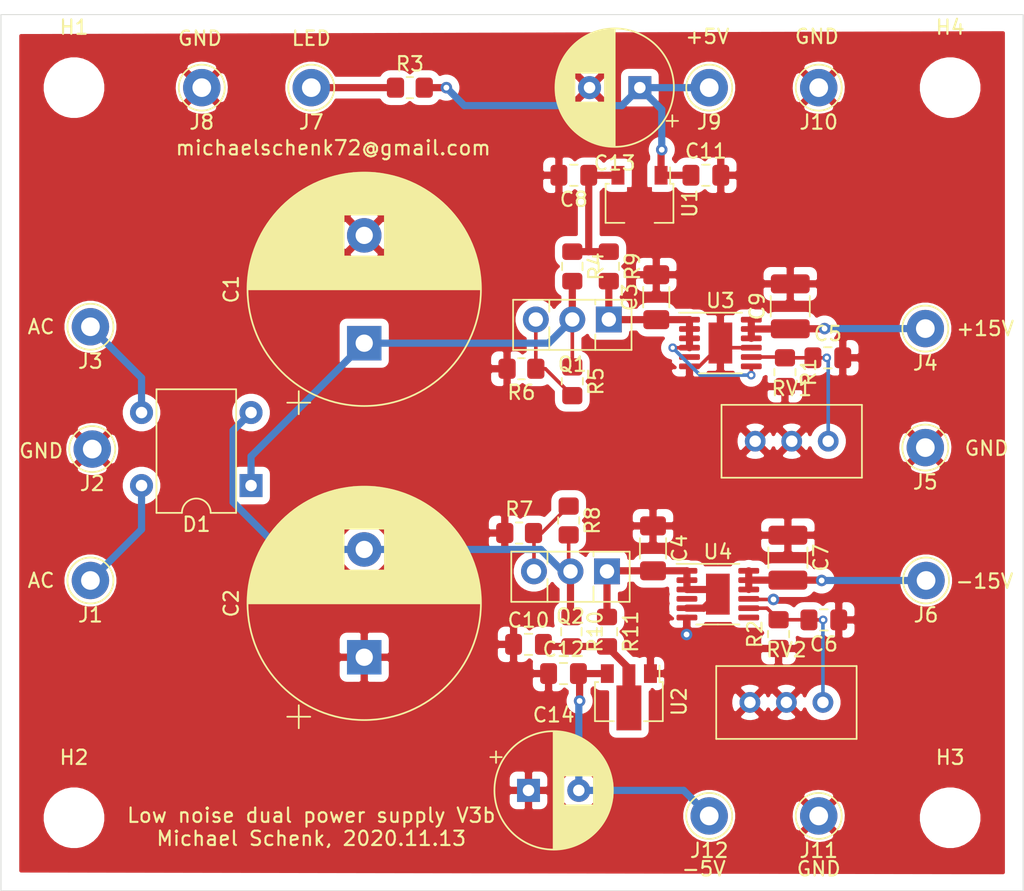
<source format=kicad_pcb>
(kicad_pcb (version 20171130) (host pcbnew 5.1.7-a382d34a8~87~ubuntu16.04.1)
  (layers (0 F.Cu signal) (31 B.Cu signal) (34 B.Paste user) (35 F.Paste user) (36 B.SilkS user) (37 F.SilkS user) (38 B.Mask user) (39 F.Mask user) (44 Edge.Cuts user))
  (net 0 "")
  (net 1 GND)
  (net 2 "Net-(C1-Pad1)")
  (net 3 "Net-(C5-Pad1)")
  (net 4 "Net-(C6-Pad2)")
  (net 5 "Net-(C3-Pad1)")
  (net 6 "Net-(C4-Pad2)")
  (net 7 "Net-(Q1-Pad3)")
  (net 8 "Net-(Q2-Pad3)")
  (net 9 "Net-(C9-Pad1)")
  (net 10 "Net-(C7-Pad2)")
  (net 11 "Net-(C10-Pad2)")
  (net 12 "Net-(C11-Pad1)")
  (net 13 "Net-(C12-Pad2)")
  (net 14 "Net-(J7-Pad1)")
  (net 15 "Net-(D1-Pad3)")
  (net 16 "Net-(D1-Pad4)")
  (net 17 "Net-(U3-Pad5)")
  (net 18 "Net-(U4-Pad7)")
  (net 19 "Net-(U4-Pad4)")
  (net 20 "Net-(C8-Pad1)")
  (net 21 "Net-(C2-Pad2)")
  (module Capacitor_THT:CP_Radial_D8.0mm_P3.50mm (layer F.Cu) (at 124.46 33.02 180)
    (fp_text reference C13 (at 1.75 -5.25) (layer F.SilkS))
    (fp_text value 100uF)
    (pad 2 thru_hole circle (at 3.5 0 180) (size 1.6 1.6) (drill 0.8) (layers *.Cu *.Mask) (net 1 GND))
    (pad 1 thru_hole rect (at 0 0 180) (size 1.6 1.6) (drill 0.8) (layers *.Cu *.Mask) (net 12 "Net-(C11-Pad1)"))
  )
  (module Resistor_SMD:R_0805_2012Metric_Pad1.15x1.40mm_HandSolder (layer F.Cu) (at 122.174 70.875 270)
    (fp_text reference R11 (at 0 -1.65 90) (layer F.SilkS))
    (fp_text value 0R)
    (pad 2 smd roundrect (at 1.025 0 270) (size 1.15 1.4) (layers F.Cu F.Paste F.Mask) (roundrect_rratio 0.217391) (net 11 "Net-(C10-Pad2)"))
    (pad 1 smd roundrect (at -1.025 0 270) (size 1.15 1.4) (layers F.Cu F.Paste F.Mask) (roundrect_rratio 0.217391) (net 6 "Net-(C4-Pad2)"))
  )
  (module Resistor_SMD:R_0805_2012Metric_Pad1.15x1.40mm_HandSolder (layer F.Cu) (at 119.6975 70.875 270)
    (fp_text reference R10 (at 0 -1.65 90) (layer F.SilkS))
    (fp_text value 0R)
    (pad 2 smd roundrect (at 1.025 0 270) (size 1.15 1.4) (layers F.Cu F.Paste F.Mask) (roundrect_rratio 0.217391) (net 11 "Net-(C10-Pad2)"))
    (pad 1 smd roundrect (at -1.025 0 270) (size 1.15 1.4) (layers F.Cu F.Paste F.Mask) (roundrect_rratio 0.217391) (net 21 "Net-(C2-Pad2)"))
  )
  (module Resistor_SMD:R_0805_2012Metric_Pad1.15x1.40mm_HandSolder (layer F.Cu) (at 122.301 45.457 270)
    (fp_text reference R9 (at 0 -1.65 90) (layer F.SilkS))
    (fp_text value 0R)
    (pad 2 smd roundrect (at 1.025 0 270) (size 1.15 1.4) (layers F.Cu F.Paste F.Mask) (roundrect_rratio 0.217391) (net 5 "Net-(C3-Pad1)"))
    (pad 1 smd roundrect (at -1.025 0 270) (size 1.15 1.4) (layers F.Cu F.Paste F.Mask) (roundrect_rratio 0.217391) (net 20 "Net-(C8-Pad1)"))
  )
  (module Resistor_SMD:R_0805_2012Metric_Pad1.15x1.40mm_HandSolder (layer F.Cu) (at 119.761 45.457 270)
    (fp_text reference R4 (at 0 -1.65 90) (layer F.SilkS))
    (fp_text value 0R)
    (pad 2 smd roundrect (at 1.025 0 270) (size 1.15 1.4) (layers F.Cu F.Paste F.Mask) (roundrect_rratio 0.217391) (net 2 "Net-(C1-Pad1)"))
    (pad 1 smd roundrect (at -1.025 0 270) (size 1.15 1.4) (layers F.Cu F.Paste F.Mask) (roundrect_rratio 0.217391) (net 20 "Net-(C8-Pad1)"))
  )
  (module Diode_THT:Diode_Bridge_DIP-4_W7.62mm_P5.08mm (layer F.Cu) (at 97.409 60.706 180)
    (fp_text reference D1 (at 3.8 -2.7) (layer F.SilkS))
    (fp_text value DF06M)
    (pad 1 thru_hole rect (at 0 0 180) (size 1.6 1.6) (drill 0.8) (layers *.Cu *.Mask) (net 2 "Net-(C1-Pad1)"))
    (pad 3 thru_hole oval (at 7.62 5.08 180) (size 1.6 1.6) (drill 0.8) (layers *.Cu *.Mask) (net 15 "Net-(D1-Pad3)"))
    (pad 2 thru_hole oval (at 0 5.08 180) (size 1.6 1.6) (drill 0.8) (layers *.Cu *.Mask) (net 21 "Net-(C2-Pad2)"))
    (pad 4 thru_hole oval (at 7.62 0 180) (size 1.6 1.6) (drill 0.8) (layers *.Cu *.Mask) (net 16 "Net-(D1-Pad4)"))
  )
  (module Capacitor_THT:CP_Radial_D8.0mm_P3.50mm (layer F.Cu) (at 116.713 81.915)
    (fp_text reference C14 (at 1.75 -5.25) (layer F.SilkS))
    (fp_text value 100uF)
    (pad 2 thru_hole circle (at 3.5 0) (size 1.6 1.6) (drill 0.8) (layers *.Cu *.Mask) (net 13 "Net-(C12-Pad2)"))
    (pad 1 thru_hole rect (at 0 0) (size 1.6 1.6) (drill 0.8) (layers *.Cu *.Mask) (net 1 GND))
  )
  (module Capacitor_THT:CP_Radial_D16.0mm_P7.50mm (layer F.Cu) (at 105.283 72.651 90)
    (fp_text reference C2 (at 3.75 -9.25 90) (layer F.SilkS))
    (fp_text value 2200uF)
    (pad 2 thru_hole circle (at 7.5 0 90) (size 2.4 2.4) (drill 1.2) (layers *.Cu *.Mask) (net 21 "Net-(C2-Pad2)"))
    (pad 1 thru_hole rect (at 0 0 90) (size 2.4 2.4) (drill 1.2) (layers *.Cu *.Mask) (net 1 GND))
  )
  (module Capacitor_THT:CP_Radial_D16.0mm_P7.50mm (layer F.Cu) (at 105.283 50.8 90)
    (fp_text reference C1 (at 3.75 -9.25 90) (layer F.SilkS))
    (fp_text value 2200uF)
    (pad 2 thru_hole circle (at 7.5 0 90) (size 2.4 2.4) (drill 1.2) (layers *.Cu *.Mask) (net 1 GND))
    (pad 1 thru_hole rect (at 0 0 90) (size 2.4 2.4) (drill 1.2) (layers *.Cu *.Mask) (net 2 "Net-(C1-Pad1)"))
  )
  (module Resistor_SMD:R_0805_2012Metric_Pad1.20x1.40mm_HandSolder (layer F.Cu) (at 116.221 52.578 180)
    (fp_text reference R6 (at 0 -1.65) (layer F.SilkS))
    (fp_text value 21k)
    (pad 2 smd roundrect (at 1 0 180) (size 1.2 1.4) (layers F.Cu F.Paste F.Mask) (roundrect_rratio 0.2083325) (net 1 GND))
    (pad 1 smd roundrect (at -1 0 180) (size 1.2 1.4) (layers F.Cu F.Paste F.Mask) (roundrect_rratio 0.2083325) (net 7 "Net-(Q1-Pad3)"))
  )
  (module Package_TO_SOT_SMD:SOT-89-3 (layer F.Cu) (at 123.698 75.438 270)
    (fp_text reference U2 (at 0.3 -3.5 90) (layer F.SilkS))
    (fp_text value L79L05_SOT89)
    (pad 2 smd custom (at -1.5625 0 270) (size 1.475 0.9) (layers F.Cu F.Paste F.Mask) (net 11 "Net-(C10-Pad2)") (options (clearance outline) (anchor rect)) (primitives (gr_poly (pts (xy 0.7375 -0.8665) (xy 3.8625 -0.8665) (xy 3.8625 0.8665) (xy 0.7375 0.8665)) (width 0))))
    (pad 3 smd rect (at -1.65 1.5 270) (size 1.3 0.9) (layers F.Cu F.Paste F.Mask) (net 13 "Net-(C12-Pad2)"))
    (pad 1 smd rect (at -1.65 -1.5 270) (size 1.3 0.9) (layers F.Cu F.Paste F.Mask) (net 1 GND))
  )
  (module Package_TO_SOT_SMD:SOT-89-3 (layer F.Cu) (at 124.436 40.767 270)
    (fp_text reference U1 (at 0.3 -3.5 90) (layer F.SilkS))
    (fp_text value L78L05_SOT89)
    (pad 2 smd custom (at -1.5625 0 270) (size 1.475 0.9) (layers F.Cu F.Paste F.Mask) (net 1 GND) (options (clearance outline) (anchor rect)) (primitives (gr_poly (pts (xy 0.7375 -0.8665) (xy 3.8625 -0.8665) (xy 3.8625 0.8665) (xy 0.7375 0.8665)) (width 0))))
    (pad 3 smd rect (at -1.65 1.5 270) (size 1.3 0.9) (layers F.Cu F.Paste F.Mask) (net 20 "Net-(C8-Pad1)"))
    (pad 1 smd rect (at -1.65 -1.5 270) (size 1.3 0.9) (layers F.Cu F.Paste F.Mask) (net 12 "Net-(C11-Pad1)"))
  )
  (module Resistor_SMD:R_0805_2012Metric_Pad1.20x1.40mm_HandSolder (layer F.Cu) (at 108.458 33.02)
    (fp_text reference R3 (at 0 -1.65) (layer F.SilkS))
    (fp_text value 240R)
    (pad 2 smd roundrect (at 1 0) (size 1.2 1.4) (layers F.Cu F.Paste F.Mask) (roundrect_rratio 0.2083325) (net 12 "Net-(C11-Pad1)"))
    (pad 1 smd roundrect (at -1 0) (size 1.2 1.4) (layers F.Cu F.Paste F.Mask) (roundrect_rratio 0.2083325) (net 14 "Net-(J7-Pad1)"))
  )
  (module Connector_Pin:Pin_D1.3mm_L11.0mm (layer F.Cu) (at 129.286 83.693)
    (fp_text reference J12 (at 0 2.4) (layer F.SilkS))
    (fp_text value -5V)
    (pad 1 thru_hole circle (at 0 0) (size 2.6 2.6) (drill 1.3) (layers *.Cu *.Mask) (net 13 "Net-(C12-Pad2)"))
  )
  (module Connector_Pin:Pin_D1.3mm_L11.0mm (layer F.Cu) (at 136.906 83.693)
    (fp_text reference J11 (at 0 2.4) (layer F.SilkS))
    (fp_text value GND)
    (pad 1 thru_hole circle (at 0 0) (size 2.6 2.6) (drill 1.3) (layers *.Cu *.Mask) (net 1 GND))
  )
  (module Connector_Pin:Pin_D1.3mm_L11.0mm (layer F.Cu) (at 136.906 33.02)
    (fp_text reference J10 (at 0 2.4) (layer F.SilkS))
    (fp_text value GND)
    (pad 1 thru_hole circle (at 0 0) (size 2.6 2.6) (drill 1.3) (layers *.Cu *.Mask) (net 1 GND))
  )
  (module Connector_Pin:Pin_D1.3mm_L11.0mm (layer F.Cu) (at 129.286 33.02)
    (fp_text reference J9 (at 0 2.4) (layer F.SilkS))
    (fp_text value +5V)
    (pad 1 thru_hole circle (at 0 0) (size 2.6 2.6) (drill 1.3) (layers *.Cu *.Mask) (net 12 "Net-(C11-Pad1)"))
  )
  (module Connector_Pin:Pin_D1.3mm_L11.0mm (layer F.Cu) (at 93.98 33.02)
    (fp_text reference J8 (at 0 2.4) (layer F.SilkS))
    (fp_text value GND)
    (pad 1 thru_hole circle (at 0 0) (size 2.6 2.6) (drill 1.3) (layers *.Cu *.Mask) (net 1 GND))
  )
  (module Connector_Pin:Pin_D1.3mm_L11.0mm (layer F.Cu) (at 101.6 33.02)
    (fp_text reference J7 (at 0 2.4) (layer F.SilkS))
    (fp_text value LED)
    (pad 1 thru_hole circle (at 0 0) (size 2.6 2.6) (drill 1.3) (layers *.Cu *.Mask) (net 14 "Net-(J7-Pad1)"))
  )
  (module Capacitor_SMD:C_0805_2012Metric_Pad1.18x1.45mm_HandSolder (layer F.Cu) (at 119.1475 73.787)
    (fp_text reference C12 (at 0 -1.68) (layer F.SilkS))
    (fp_text value 100nF)
    (pad 2 smd roundrect (at 1.0375 0) (size 1.175 1.45) (layers F.Cu F.Paste F.Mask) (roundrect_rratio 0.2127659574468085) (net 13 "Net-(C12-Pad2)"))
    (pad 1 smd roundrect (at -1.0375 0) (size 1.175 1.45) (layers F.Cu F.Paste F.Mask) (roundrect_rratio 0.2127659574468085) (net 1 GND))
  )
  (module Capacitor_SMD:C_0805_2012Metric_Pad1.18x1.45mm_HandSolder (layer F.Cu) (at 129.0535 39.116)
    (fp_text reference C11 (at 0 -1.68) (layer F.SilkS))
    (fp_text value 100nF)
    (pad 2 smd roundrect (at 1.0375 0) (size 1.175 1.45) (layers F.Cu F.Paste F.Mask) (roundrect_rratio 0.2127659574468085) (net 1 GND))
    (pad 1 smd roundrect (at -1.0375 0) (size 1.175 1.45) (layers F.Cu F.Paste F.Mask) (roundrect_rratio 0.2127659574468085) (net 12 "Net-(C11-Pad1)"))
  )
  (module Capacitor_SMD:C_0805_2012Metric_Pad1.18x1.45mm_HandSolder (layer F.Cu) (at 116.713 71.755)
    (fp_text reference C10 (at 0 -1.68) (layer F.SilkS))
    (fp_text value 330nF)
    (pad 2 smd roundrect (at 1.0375 0) (size 1.175 1.45) (layers F.Cu F.Paste F.Mask) (roundrect_rratio 0.2127659574468085) (net 11 "Net-(C10-Pad2)"))
    (pad 1 smd roundrect (at -1.0375 0) (size 1.175 1.45) (layers F.Cu F.Paste F.Mask) (roundrect_rratio 0.2127659574468085) (net 1 GND))
  )
  (module Capacitor_SMD:C_0805_2012Metric_Pad1.18x1.45mm_HandSolder (layer F.Cu) (at 119.8665 39.116 180)
    (fp_text reference C8 (at 0 -1.68) (layer F.SilkS))
    (fp_text value 330nF)
    (pad 2 smd roundrect (at 1.0375 0 180) (size 1.175 1.45) (layers F.Cu F.Paste F.Mask) (roundrect_rratio 0.2127659574468085) (net 1 GND))
    (pad 1 smd roundrect (at -1.0375 0 180) (size 1.175 1.45) (layers F.Cu F.Paste F.Mask) (roundrect_rratio 0.2127659574468085) (net 20 "Net-(C8-Pad1)"))
  )
  (module Potentiometer_THT:Potentiometer_Bourns_3296W_Vertical (layer F.Cu) (at 137.1981 75.7936)
    (fp_text reference RV2 (at -2.54 -3.66) (layer F.SilkS))
    (fp_text value 200k)
    (pad 3 thru_hole circle (at -5.08 0) (size 1.44 1.44) (drill 0.8) (layers *.Cu *.Mask) (net 1 GND))
    (pad 2 thru_hole circle (at -2.54 0) (size 1.44 1.44) (drill 0.8) (layers *.Cu *.Mask) (net 1 GND))
    (pad 1 thru_hole circle (at 0 0) (size 1.44 1.44) (drill 0.8) (layers *.Cu *.Mask) (net 4 "Net-(C6-Pad2)"))
  )
  (module Resistor_SMD:R_0805_2012Metric_Pad1.20x1.40mm_HandSolder (layer F.Cu) (at 134.112 71.0405 90)
    (fp_text reference R2 (at 0 -1.65 90) (layer F.SilkS))
    (fp_text value 150k)
    (pad 2 smd roundrect (at 1 0 90) (size 1.2 1.4) (layers F.Cu F.Paste F.Mask) (roundrect_rratio 0.2083325) (net 4 "Net-(C6-Pad2)"))
    (pad 1 smd roundrect (at -1 0 90) (size 1.2 1.4) (layers F.Cu F.Paste F.Mask) (roundrect_rratio 0.2083325) (net 1 GND))
  )
  (module Capacitor_SMD:C_1210_3225Metric_Pad1.33x2.70mm_HandSolder (layer F.Cu) (at 134.7597 65.7225 270)
    (fp_text reference C7 (at 0 -2.3 90) (layer F.SilkS))
    (fp_text value 10u)
    (pad 2 smd roundrect (at 1.5625 0 270) (size 1.325 2.7) (layers F.Cu F.Paste F.Mask) (roundrect_rratio 0.1886784905660377) (net 10 "Net-(C7-Pad2)"))
    (pad 1 smd roundrect (at -1.5625 0 270) (size 1.325 2.7) (layers F.Cu F.Paste F.Mask) (roundrect_rratio 0.1886784905660377) (net 1 GND))
  )
  (module Capacitor_SMD:C_0805_2012Metric_Pad1.18x1.45mm_HandSolder (layer F.Cu) (at 137.2616 70.0532 180)
    (fp_text reference C6 (at 0 -1.68) (layer F.SilkS))
    (fp_text value 0.47u)
    (pad 2 smd roundrect (at 1.0375 0 180) (size 1.175 1.45) (layers F.Cu F.Paste F.Mask) (roundrect_rratio 0.2127659574468085) (net 4 "Net-(C6-Pad2)"))
    (pad 1 smd roundrect (at -1.0375 0 180) (size 1.175 1.45) (layers F.Cu F.Paste F.Mask) (roundrect_rratio 0.2127659574468085) (net 1 GND))
  )
  (module Capacitor_SMD:C_1206_3216Metric_Pad1.33x1.80mm_HandSolder (layer F.Cu) (at 125.3744 65.0744 270)
    (fp_text reference C4 (at 0 -1.85 90) (layer F.SilkS))
    (fp_text value 4.7u)
    (pad 2 smd roundrect (at 1.5625 0 270) (size 1.325 1.8) (layers F.Cu F.Paste F.Mask) (roundrect_rratio 0.1886784905660377) (net 6 "Net-(C4-Pad2)"))
    (pad 1 smd roundrect (at -1.5625 0 270) (size 1.325 1.8) (layers F.Cu F.Paste F.Mask) (roundrect_rratio 0.1886784905660377) (net 1 GND))
  )
  (module Package_SO:MSOP-12-1EP_3x4mm_P0.65mm_EP1.65x2.85mm (layer F.Cu) (at 129.8866 68.2619)
    (fp_text reference U4 (at 0 -2.95) (layer F.SilkS))
    (fp_text value LT3094xMSE)
    (pad 13 smd rect (at 0 0) (size 1.65 2.85) (layers F.Cu F.Mask) (net 6 "Net-(C4-Pad2)"))
    (pad 12 smd roundrect (at 2.15 -1.625) (size 1.45 0.4) (layers F.Cu F.Paste F.Mask) (net 10 "Net-(C7-Pad2)"))
    (pad 11 smd roundrect (at 2.15 -0.975) (size 1.45 0.4) (layers F.Cu F.Paste F.Mask) (net 10 "Net-(C7-Pad2)"))
    (pad 10 smd roundrect (at 2.15 -0.325) (size 1.45 0.4) (layers F.Cu F.Paste F.Mask) (net 10 "Net-(C7-Pad2)"))
    (pad 9 smd roundrect (at 2.15 0.325) (size 1.45 0.4) (layers F.Cu F.Paste F.Mask) (net 1 GND))
    (pad 8 smd roundrect (at 2.15 0.975) (size 1.45 0.4) (layers F.Cu F.Paste F.Mask) (net 4 "Net-(C6-Pad2)"))
    (pad 7 smd roundrect (at 2.15 1.625) (size 1.45 0.4) (layers F.Cu F.Paste F.Mask) (net 18 "Net-(U4-Pad7)"))
    (pad 6 smd roundrect (at -2.15 1.625) (size 1.45 0.4) (layers F.Cu F.Paste F.Mask) (net 1 GND))
    (pad 5 smd roundrect (at -2.15 0.975) (size 1.45 0.4) (layers F.Cu F.Paste F.Mask) (net 6 "Net-(C4-Pad2)"))
    (pad 4 smd roundrect (at -2.15 0.325) (size 1.45 0.4) (layers F.Cu F.Paste F.Mask) (net 19 "Net-(U4-Pad4)"))
    (pad 3 smd roundrect (at -2.15 -0.325) (size 1.45 0.4) (layers F.Cu F.Paste F.Mask) (net 6 "Net-(C4-Pad2)"))
    (pad 2 smd roundrect (at -2.15 -0.975) (size 1.45 0.4) (layers F.Cu F.Paste F.Mask) (net 6 "Net-(C4-Pad2)"))
    (pad 1 smd roundrect (at -2.15 -1.625) (size 1.45 0.4) (layers F.Cu F.Paste F.Mask) (net 6 "Net-(C4-Pad2)"))
  )
  (module Package_SO:MSOP-12-1EP_3x4mm_P0.65mm_EP1.65x2.85mm (layer F.Cu) (at 130.0644 50.7879)
    (fp_text reference U3 (at 0 -2.95) (layer F.SilkS))
    (fp_text value LT3045xMSE)
    (pad 13 smd rect (at 0 0) (size 1.65 2.85) (layers F.Cu F.Mask) (net 1 GND))
    (pad 12 smd roundrect (at 2.15 -1.625) (size 1.45 0.4) (layers F.Cu F.Paste F.Mask) (net 9 "Net-(C9-Pad1)"))
    (pad 11 smd roundrect (at 2.15 -0.975) (size 1.45 0.4) (layers F.Cu F.Paste F.Mask) (net 9 "Net-(C9-Pad1)"))
    (pad 10 smd roundrect (at 2.15 -0.325) (size 1.45 0.4) (layers F.Cu F.Paste F.Mask) (net 9 "Net-(C9-Pad1)"))
    (pad 9 smd roundrect (at 2.15 0.325) (size 1.45 0.4) (layers F.Cu F.Paste F.Mask) (net 1 GND))
    (pad 8 smd roundrect (at 2.15 0.975) (size 1.45 0.4) (layers F.Cu F.Paste F.Mask) (net 3 "Net-(C5-Pad1)"))
    (pad 7 smd roundrect (at 2.15 1.625) (size 1.45 0.4) (layers F.Cu F.Paste F.Mask) (net 5 "Net-(C3-Pad1)"))
    (pad 6 smd roundrect (at -2.15 1.625) (size 1.45 0.4) (layers F.Cu F.Paste F.Mask) (net 1 GND))
    (pad 5 smd roundrect (at -2.15 0.975) (size 1.45 0.4) (layers F.Cu F.Paste F.Mask) (net 17 "Net-(U3-Pad5)"))
    (pad 4 smd roundrect (at -2.15 0.325) (size 1.45 0.4) (layers F.Cu F.Paste F.Mask) (net 5 "Net-(C3-Pad1)"))
    (pad 3 smd roundrect (at -2.15 -0.325) (size 1.45 0.4) (layers F.Cu F.Paste F.Mask) (net 5 "Net-(C3-Pad1)"))
    (pad 2 smd roundrect (at -2.15 -0.975) (size 1.45 0.4) (layers F.Cu F.Paste F.Mask) (net 5 "Net-(C3-Pad1)"))
    (pad 1 smd roundrect (at -2.15 -1.625) (size 1.45 0.4) (layers F.Cu F.Paste F.Mask) (net 5 "Net-(C3-Pad1)"))
  )
  (module Capacitor_SMD:C_1210_3225Metric_Pad1.33x2.70mm_HandSolder (layer F.Cu) (at 134.9248 48.2342 90)
    (fp_text reference C9 (at 0 -2.3 90) (layer F.SilkS))
    (fp_text value 10u)
    (pad 2 smd roundrect (at 1.5625 0 90) (size 1.325 2.7) (layers F.Cu F.Paste F.Mask) (roundrect_rratio 0.1886784905660377) (net 1 GND))
    (pad 1 smd roundrect (at -1.5625 0 90) (size 1.325 2.7) (layers F.Cu F.Paste F.Mask) (roundrect_rratio 0.1886784905660377) (net 9 "Net-(C9-Pad1)"))
  )
  (module Capacitor_SMD:C_0805_2012Metric_Pad1.18x1.45mm_HandSolder (layer F.Cu) (at 137.541 51.816)
    (fp_text reference C5 (at 0 -1.68) (layer F.SilkS))
    (fp_text value 0.47u)
    (pad 2 smd roundrect (at 1.0375 0) (size 1.175 1.45) (layers F.Cu F.Paste F.Mask) (roundrect_rratio 0.2127659574468085) (net 1 GND))
    (pad 1 smd roundrect (at -1.0375 0) (size 1.175 1.45) (layers F.Cu F.Paste F.Mask) (roundrect_rratio 0.2127659574468085) (net 3 "Net-(C5-Pad1)"))
  )
  (module Capacitor_SMD:C_1206_3216Metric_Pad1.33x1.80mm_HandSolder (layer F.Cu) (at 125.603 47.5996 90)
    (fp_text reference C3 (at 0 -1.85 90) (layer F.SilkS))
    (fp_text value 4.7u)
    (pad 2 smd roundrect (at 1.5625 0 90) (size 1.325 1.8) (layers F.Cu F.Paste F.Mask) (roundrect_rratio 0.1886784905660377) (net 1 GND))
    (pad 1 smd roundrect (at -1.5625 0 90) (size 1.325 1.8) (layers F.Cu F.Paste F.Mask) (roundrect_rratio 0.1886784905660377) (net 5 "Net-(C3-Pad1)"))
  )
  (module Resistor_SMD:R_0805_2012Metric_Pad1.20x1.40mm_HandSolder (layer F.Cu) (at 119.507 63.135 270)
    (fp_text reference R8 (at 0 -1.65 90) (layer F.SilkS))
    (fp_text value 3.16k)
    (pad 2 smd roundrect (at 1 0 270) (size 1.2 1.4) (layers F.Cu F.Paste F.Mask) (roundrect_rratio 0.2083325) (net 21 "Net-(C2-Pad2)"))
    (pad 1 smd roundrect (at -1 0 270) (size 1.2 1.4) (layers F.Cu F.Paste F.Mask) (roundrect_rratio 0.2083325) (net 8 "Net-(Q2-Pad3)"))
  )
  (module Resistor_SMD:R_0805_2012Metric_Pad1.20x1.40mm_HandSolder (layer F.Cu) (at 116.062 64.008)
    (fp_text reference R7 (at 0 -1.65) (layer F.SilkS))
    (fp_text value 21k)
    (pad 2 smd roundrect (at 1 0) (size 1.2 1.4) (layers F.Cu F.Paste F.Mask) (roundrect_rratio 0.2083325) (net 8 "Net-(Q2-Pad3)"))
    (pad 1 smd roundrect (at -1 0) (size 1.2 1.4) (layers F.Cu F.Paste F.Mask) (roundrect_rratio 0.2083325) (net 1 GND))
  )
  (module Resistor_SMD:R_0805_2012Metric_Pad1.20x1.40mm_HandSolder (layer F.Cu) (at 119.761 53.451 270)
    (fp_text reference R5 (at 0 -1.65 90) (layer F.SilkS))
    (fp_text value 3.16k)
    (pad 2 smd roundrect (at 1 0 270) (size 1.2 1.4) (layers F.Cu F.Paste F.Mask) (roundrect_rratio 0.2083325) (net 7 "Net-(Q1-Pad3)"))
    (pad 1 smd roundrect (at -1 0 270) (size 1.2 1.4) (layers F.Cu F.Paste F.Mask) (roundrect_rratio 0.2083325) (net 2 "Net-(C1-Pad1)"))
  )
  (module Package_TO_SOT_THT:TO-126-3_Vertical (layer F.Cu) (at 122.174 66.675 180)
    (fp_text reference Q2 (at 2.54 -3.12) (layer F.SilkS))
    (fp_text value BD680)
    (pad 3 thru_hole oval (at 5.08 0 180) (size 1.8 1.8) (drill 1) (layers *.Cu *.Mask) (net 8 "Net-(Q2-Pad3)"))
    (pad 2 thru_hole oval (at 2.54 0 180) (size 1.8 1.8) (drill 1) (layers *.Cu *.Mask) (net 21 "Net-(C2-Pad2)"))
    (pad 1 thru_hole rect (at 0 0 180) (size 1.8 1.8) (drill 1) (layers *.Cu *.Mask) (net 6 "Net-(C4-Pad2)"))
  )
  (module Package_TO_SOT_THT:TO-126-3_Vertical (layer F.Cu) (at 122.301 49.149 180)
    (fp_text reference Q1 (at 2.54 -3.12) (layer F.SilkS))
    (fp_text value BD679)
    (pad 3 thru_hole oval (at 5.08 0 180) (size 1.8 1.8) (drill 1) (layers *.Cu *.Mask) (net 7 "Net-(Q1-Pad3)"))
    (pad 2 thru_hole oval (at 2.54 0 180) (size 1.8 1.8) (drill 1) (layers *.Cu *.Mask) (net 2 "Net-(C1-Pad1)"))
    (pad 1 thru_hole rect (at 0 0 180) (size 1.8 1.8) (drill 1) (layers *.Cu *.Mask) (net 5 "Net-(C3-Pad1)"))
  )
  (module Potentiometer_THT:Potentiometer_Bourns_3296W_Vertical (layer F.Cu) (at 137.5664 57.6199)
    (fp_text reference RV1 (at -2.54 -3.66) (layer F.SilkS))
    (fp_text value 200k)
    (pad 3 thru_hole circle (at -5.08 0) (size 1.44 1.44) (drill 0.8) (layers *.Cu *.Mask) (net 1 GND))
    (pad 2 thru_hole circle (at -2.54 0) (size 1.44 1.44) (drill 0.8) (layers *.Cu *.Mask) (net 1 GND))
    (pad 1 thru_hole circle (at 0 0) (size 1.44 1.44) (drill 0.8) (layers *.Cu *.Mask) (net 3 "Net-(C5-Pad1)"))
  )
  (module Resistor_SMD:R_0805_2012Metric_Pad1.20x1.40mm_HandSolder (layer F.Cu) (at 134.5565 52.816 270)
    (fp_text reference R1 (at 0 -1.65 90) (layer F.SilkS))
    (fp_text value 150k)
    (pad 2 smd roundrect (at 1 0 270) (size 1.2 1.4) (layers F.Cu F.Paste F.Mask) (roundrect_rratio 0.2083325) (net 1 GND))
    (pad 1 smd roundrect (at -1 0 270) (size 1.2 1.4) (layers F.Cu F.Paste F.Mask) (roundrect_rratio 0.2083325) (net 3 "Net-(C5-Pad1)"))
  )
  (module Connector_Pin:Pin_D1.3mm_L11.0mm (layer F.Cu) (at 144.3736 67.31)
    (fp_text reference J6 (at 0 2.4) (layer F.SilkS))
    (fp_text value -15V)
    (pad 1 thru_hole circle (at 0 0) (size 2.6 2.6) (drill 1.3) (layers *.Cu *.Mask) (net 10 "Net-(C7-Pad2)"))
  )
  (module Connector_Pin:Pin_D1.3mm_L11.0mm (layer F.Cu) (at 144.3228 58.0644)
    (fp_text reference J5 (at 0 2.4) (layer F.SilkS))
    (fp_text value GND)
    (pad 1 thru_hole circle (at 0 0) (size 2.6 2.6) (drill 1.3) (layers *.Cu *.Mask) (net 1 GND))
  )
  (module Connector_Pin:Pin_D1.3mm_L11.0mm (layer F.Cu) (at 144.3228 49.784)
    (fp_text reference J4 (at 0 2.4) (layer F.SilkS))
    (fp_text value +15V)
    (pad 1 thru_hole circle (at 0 0) (size 2.6 2.6) (drill 1.3) (layers *.Cu *.Mask) (net 9 "Net-(C9-Pad1)"))
  )
  (module Connector_Pin:Pin_D1.3mm_L11.0mm (layer F.Cu) (at 86.233 49.657)
    (fp_text reference J3 (at 0 2.4) (layer F.SilkS))
    (fp_text value AC)
    (pad 1 thru_hole circle (at 0 0) (size 2.6 2.6) (drill 1.3) (layers *.Cu *.Mask) (net 15 "Net-(D1-Pad3)"))
  )
  (module Connector_Pin:Pin_D1.3mm_L11.0mm (layer F.Cu) (at 86.36 58.166)
    (fp_text reference J2 (at 0 2.4) (layer F.SilkS))
    (fp_text value GND)
    (pad 1 thru_hole circle (at 0 0) (size 2.6 2.6) (drill 1.3) (layers *.Cu *.Mask) (net 1 GND))
  )
  (module Connector_Pin:Pin_D1.3mm_L11.0mm (layer F.Cu) (at 86.233 67.31)
    (fp_text reference J1 (at 0 2.4) (layer F.SilkS))
    (fp_text value AC)
    (pad 1 thru_hole circle (at 0 0) (size 2.6 2.6) (drill 1.3) (layers *.Cu *.Mask) (net 16 "Net-(D1-Pad4)"))
  )
  (module MountingHole:MountingHole_3.2mm_M3 (layer F.Cu) (at 146.05 33.02)
    (fp_text reference H4 (at 0 -4.2) (layer F.SilkS))
    (fp_text value MountingHole)
    (pad 1 np_thru_hole circle (at 0 0) (size 3.2 3.2) (drill 3.2) (layers *.Cu *.Mask))
  )
  (module MountingHole:MountingHole_3.2mm_M3 (layer F.Cu) (at 146.05 83.82)
    (fp_text reference H3 (at 0 -4.2) (layer F.SilkS))
    (fp_text value MountingHole)
    (pad 1 np_thru_hole circle (at 0 0) (size 3.2 3.2) (drill 3.2) (layers *.Cu *.Mask))
  )
  (module MountingHole:MountingHole_3.2mm_M3 (layer F.Cu) (at 85.09 83.82)
    (fp_text reference H2 (at 0 -4.2) (layer F.SilkS))
    (fp_text value MountingHole)
    (pad 1 np_thru_hole circle (at 0 0) (size 3.2 3.2) (drill 3.2) (layers *.Cu *.Mask))
  )
  (module MountingHole:MountingHole_3.2mm_M3 (layer F.Cu) (at 85.09 33.02)
    (fp_text reference H1 (at 0 -4.2) (layer F.SilkS))
    (fp_text value MountingHole)
    (pad 1 np_thru_hole circle (at 0 0) (size 3.2 3.2) (drill 3.2) (layers *.Cu *.Mask))
  )
  (gr_text "Low noise dual power supply V3b\nMichael Schenk, 2020.11.13" (at 101.6 84.455) (layer F.SilkS) (effects (font (size 1 1))))
  (gr_text GND (at 136.779 29.464) (layer F.SilkS) (effects (font (size 1 1))))
  (gr_text +5V (at 129.159 29.464) (layer F.SilkS) (effects (font (size 1 1))))
  (gr_text -5V (at 128.905 87.376) (layer F.SilkS) (effects (font (size 1 1))))
  (gr_text GND (at 136.906 87.376) (layer F.SilkS) (effects (font (size 1 1))))
  (gr_text GND (at 93.853 29.591) (layer F.SilkS) (effects (font (size 1 1))))
  (gr_text LED (at 101.6 29.591) (layer F.SilkS) (effects (font (size 1 1))))
  (gr_line (start 80.01 27.94) (end 80.01 88.9) (layer Edge.Cuts) (width 0.05))
  (gr_line (start 151.13 27.94) (end 80.01 27.94) (layer Edge.Cuts) (width 0.05))
  (gr_line (start 151.13 88.9) (end 151.13 27.94) (layer Edge.Cuts) (width 0.05))
  (gr_line (start 80.01 88.9) (end 151.13 88.9) (layer Edge.Cuts) (width 0.05))
  (gr_text michaelschenk72@gmail.com (at 103.124 37.211) (layer F.SilkS) (effects (font (size 1 1))))
  (gr_text GND (at 82.804 58.293) (layer F.SilkS) (effects (font (size 1 1))))
  (gr_text AC (at 82.804 67.31) (layer F.SilkS) (effects (font (size 1 1))))
  (gr_text AC (at 82.804 49.657) (layer F.SilkS) (effects (font (size 1 1))))
  (gr_text -15V (at 148.4376 67.3608) (layer F.SilkS) (effects (font (size 1 1))))
  (gr_text GND (at 148.59 58.1152) (layer F.SilkS) (effects (font (size 1 1))))
  (gr_text +15V (at 148.4884 49.784) (layer F.SilkS) (effects (font (size 1 1))))
  (segment (start 130.0644 50.9879) (end 130.0644 50.7879) (width 0.25) (layer F.Cu) (net 1))
  (segment (start 130.3894 51.1129) (end 130.0644 50.7879) (width 0.25) (layer F.Cu) (net 1))
  (segment (start 132.2144 51.1129) (end 130.3894 51.1129) (width 0.25) (layer F.Cu) (net 1))
  (segment (start 130.0644 50.938958) (end 130.0644 50.7879) (width 0.25) (layer F.Cu) (net 1))
  (segment (start 128.590458 52.4129) (end 130.0644 50.938958) (width 0.25) (layer F.Cu) (net 1))
  (segment (start 127.9144 52.4129) (end 128.590458 52.4129) (width 0.25) (layer F.Cu) (net 1))
  (via (at 133.7564 68.6308) (size 0.8) (drill 0.4) (layers F.Cu B.Cu) (net 1))
  (via (at 127.7112 71.0692) (size 0.8) (drill 0.4) (layers F.Cu B.Cu) (net 1))
  (segment (start 127.7112 69.96231) (end 127.7366 69.93691) (width 0.5) (layer F.Cu) (net 1))
  (segment (start 127.7112 71.0692) (end 127.7112 69.96231) (width 0.5) (layer F.Cu) (net 1))
  (segment (start 132.0805 68.6308) (end 132.0366 68.5869) (width 0.25) (layer F.Cu) (net 1))
  (segment (start 133.7564 68.6308) (end 132.0805 68.6308) (width 0.25) (layer F.Cu) (net 1))
  (segment (start 119.761 52.451) (end 119.761 49.149) (width 0.25) (layer F.Cu) (net 2))
  (segment (start 119.219002 49.149) (end 119.761 49.149) (width 0.5) (layer B.Cu) (net 2))
  (segment (start 119.761 46.482) (end 119.761 49.149) (width 0.5) (layer F.Cu) (net 2))
  (segment (start 118.11 50.8) (end 119.761 49.149) (width 0.5) (layer B.Cu) (net 2))
  (segment (start 105.283 50.8) (end 118.11 50.8) (width 0.5) (layer B.Cu) (net 2))
  (segment (start 97.409 58.674) (end 105.283 50.8) (width 0.5) (layer B.Cu) (net 2))
  (segment (start 97.409 60.706) (end 97.409 58.674) (width 0.5) (layer B.Cu) (net 2))
  (segment (start 134.5034 51.7629) (end 134.5565 51.816) (width 0.25) (layer F.Cu) (net 3))
  (segment (start 132.2144 51.7629) (end 134.5034 51.7629) (width 0.25) (layer F.Cu) (net 3))
  (segment (start 134.5565 51.816) (end 136.5035 51.816) (width 0.25) (layer F.Cu) (net 3))
  (segment (start 136.525 51.8375) (end 136.5035 51.816) (width 0.25) (layer F.Cu) (net 3))
  (via (at 137.4648 51.816) (size 0.6) (drill 0.3) (layers F.Cu B.Cu) (net 3))
  (segment (start 136.5035 51.816) (end 137.5664 51.816) (width 0.25) (layer F.Cu) (net 3))
  (segment (start 137.5664 51.9176) (end 137.4648 51.816) (width 0.25) (layer B.Cu) (net 3))
  (segment (start 137.5664 57.6199) (end 137.5664 51.9176) (width 0.25) (layer B.Cu) (net 3))
  (via (at 137.2108 70.0532) (size 0.6) (drill 0.3) (layers F.Cu B.Cu) (net 4))
  (segment (start 136.2241 70.0532) (end 137.3124 70.0532) (width 0.25) (layer F.Cu) (net 4))
  (segment (start 133.3084 69.2369) (end 134.112 70.0405) (width 0.25) (layer F.Cu) (net 4))
  (segment (start 132.0366 69.2369) (end 133.3084 69.2369) (width 0.25) (layer F.Cu) (net 4))
  (segment (start 136.2114 70.0405) (end 136.2241 70.0532) (width 0.25) (layer F.Cu) (net 4))
  (segment (start 134.112 70.0405) (end 136.2114 70.0405) (width 0.25) (layer F.Cu) (net 4))
  (segment (start 137.1981 70.0659) (end 137.2108 70.0532) (width 0.25) (layer B.Cu) (net 4))
  (segment (start 137.1981 75.7936) (end 137.1981 70.0659) (width 0.25) (layer B.Cu) (net 4))
  (segment (start 125.6038 49.1629) (end 125.603 49.1621) (width 0.25) (layer F.Cu) (net 5))
  (via (at 132.207 53.0225) (size 0.6) (drill 0.3) (layers F.Cu B.Cu) (net 5))
  (segment (start 132.2144 53.0151) (end 132.207 53.0225) (width 0.25) (layer F.Cu) (net 5))
  (segment (start 132.2144 52.4129) (end 132.2144 53.0151) (width 0.25) (layer F.Cu) (net 5))
  (segment (start 127.826994 51.200306) (end 127.9144 51.1129) (width 0.25) (layer F.Cu) (net 5))
  (via (at 126.746 51.1175) (size 0.6) (drill 0.3) (layers F.Cu B.Cu) (net 5))
  (segment (start 128.651 53.0225) (end 126.746 51.1175) (width 0.25) (layer B.Cu) (net 5))
  (segment (start 132.207 53.0225) (end 128.651 53.0225) (width 0.25) (layer B.Cu) (net 5))
  (segment (start 127.9098 51.1175) (end 127.9144 51.1129) (width 0.25) (layer F.Cu) (net 5))
  (segment (start 126.746 51.1175) (end 127.9098 51.1175) (width 0.25) (layer F.Cu) (net 5))
  (segment (start 127.9136 49.1621) (end 127.9144 49.1629) (width 0.5) (layer F.Cu) (net 5))
  (segment (start 125.603 49.1621) (end 127.9136 49.1621) (width 0.5) (layer F.Cu) (net 5))
  (segment (start 127.9144 49.1629) (end 127.9144 51.1129) (width 0.5) (layer F.Cu) (net 5))
  (segment (start 122.3141 49.1621) (end 122.301 49.149) (width 0.5) (layer F.Cu) (net 5))
  (segment (start 125.603 49.1621) (end 122.3141 49.1621) (width 0.5) (layer F.Cu) (net 5))
  (segment (start 122.301 46.482) (end 122.301 49.149) (width 0.5) (layer F.Cu) (net 5))
  (segment (start 125.349 66.6115) (end 125.3744 66.6369) (width 0.5) (layer F.Cu) (net 6))
  (segment (start 125.3744 66.6369) (end 127.7366 66.6369) (width 0.5) (layer F.Cu) (net 6))
  (segment (start 127.7366 66.6369) (end 127.7366 67.9369) (width 0.5) (layer F.Cu) (net 6))
  (segment (start 129.56159 67.93689) (end 127.7366 67.93689) (width 0.5) (layer F.Cu) (net 6))
  (segment (start 129.8866 68.2619) (end 129.56159 67.93689) (width 0.5) (layer F.Cu) (net 6))
  (segment (start 128.9116 69.2369) (end 129.8866 68.2619) (width 0.5) (layer F.Cu) (net 6))
  (segment (start 127.7366 69.2369) (end 128.9116 69.2369) (width 0.5) (layer F.Cu) (net 6))
  (segment (start 122.2121 66.6369) (end 122.174 66.675) (width 0.5) (layer F.Cu) (net 6))
  (segment (start 125.3744 66.6369) (end 122.2121 66.6369) (width 0.5) (layer F.Cu) (net 6))
  (segment (start 122.174 66.675) (end 122.174 69.85) (width 0.5) (layer F.Cu) (net 6))
  (segment (start 117.221 49.149) (end 117.221 52.578) (width 0.25) (layer F.Cu) (net 7))
  (segment (start 117.888 52.578) (end 119.761 54.451) (width 0.25) (layer F.Cu) (net 7))
  (segment (start 117.221 52.578) (end 117.888 52.578) (width 0.25) (layer F.Cu) (net 7))
  (segment (start 117.094 64.04) (end 117.062 64.008) (width 0.25) (layer F.Cu) (net 8))
  (segment (start 117.094 66.675) (end 117.094 64.04) (width 0.25) (layer F.Cu) (net 8))
  (segment (start 117.634 64.008) (end 119.507 62.135) (width 0.25) (layer F.Cu) (net 8))
  (segment (start 117.062 64.008) (end 117.634 64.008) (width 0.25) (layer F.Cu) (net 8))
  (segment (start 134.9086 49.8129) (end 134.9248 49.7967) (width 0.5) (layer F.Cu) (net 9))
  (segment (start 132.2144 49.8129) (end 134.9086 49.8129) (width 0.5) (layer F.Cu) (net 9))
  (segment (start 132.2144 49.1629) (end 132.2144 50.4629) (width 0.5) (layer F.Cu) (net 9))
  (via (at 137.3124 49.784) (size 0.8) (drill 0.4) (layers F.Cu B.Cu) (net 9))
  (segment (start 137.2997 49.7967) (end 137.3124 49.784) (width 0.5) (layer F.Cu) (net 9))
  (segment (start 134.9248 49.7967) (end 137.2997 49.7967) (width 0.5) (layer F.Cu) (net 9))
  (segment (start 137.3124 49.784) (end 144.3228 49.784) (width 0.5) (layer B.Cu) (net 9))
  (via (at 137.1092 67.31) (size 0.8) (drill 0.4) (layers F.Cu B.Cu) (net 10))
  (segment (start 137.0842 67.285) (end 137.1092 67.31) (width 0.5) (layer F.Cu) (net 10))
  (segment (start 134.7597 67.285) (end 137.0842 67.285) (width 0.5) (layer F.Cu) (net 10))
  (segment (start 132.0385 67.285) (end 132.0366 67.2869) (width 0.5) (layer F.Cu) (net 10))
  (segment (start 134.7597 67.285) (end 132.0385 67.285) (width 0.5) (layer F.Cu) (net 10))
  (segment (start 132.0366 66.6369) (end 132.0366 67.9369) (width 0.5) (layer F.Cu) (net 10))
  (segment (start 137.1092 67.31) (end 144.3736 67.31) (width 0.5) (layer B.Cu) (net 10))
  (segment (start 122.174 71.9) (end 119.6975 71.9) (width 0.5) (layer F.Cu) (net 11))
  (segment (start 123.698 73.424) (end 123.698 73.8755) (width 0.5) (layer F.Cu) (net 11))
  (segment (start 122.174 71.9) (end 123.698 73.424) (width 0.5) (layer F.Cu) (net 11))
  (segment (start 117.8955 71.9) (end 117.7505 71.755) (width 0.5) (layer F.Cu) (net 11))
  (segment (start 119.6975 71.9) (end 117.8955 71.9) (width 0.5) (layer F.Cu) (net 11))
  (segment (start 109.475 33.037) (end 109.475 33.037) (width 0.5) (layer F.Cu) (net 12))
  (segment (start 109.475 33.037) (end 109.458 33.02) (width 0.5) (layer F.Cu) (net 12))
  (segment (start 129.253 32.987) (end 129.286 33.02) (width 0.5) (layer B.Cu) (net 12))
  (via (at 110.998 33.02) (size 0.8) (drill 0.4) (layers F.Cu B.Cu) (net 12))
  (segment (start 109.458 33.02) (end 110.998 33.02) (width 0.5) (layer F.Cu) (net 12))
  (segment (start 125.937 39.116) (end 125.936 39.117) (width 0.5) (layer F.Cu) (net 12))
  (segment (start 128.016 39.116) (end 125.937 39.116) (width 0.5) (layer F.Cu) (net 12))
  (segment (start 123.209999 34.270001) (end 124.46 33.02) (width 0.5) (layer B.Cu) (net 12))
  (segment (start 112.248001 34.270001) (end 123.209999 34.270001) (width 0.5) (layer B.Cu) (net 12))
  (segment (start 110.998 33.02) (end 112.248001 34.270001) (width 0.5) (layer B.Cu) (net 12))
  (via (at 125.984 37.338) (size 0.8) (drill 0.4) (layers F.Cu B.Cu) (net 12))
  (segment (start 125.936 37.386) (end 125.984 37.338) (width 0.5) (layer F.Cu) (net 12))
  (segment (start 125.936 39.117) (end 125.936 37.386) (width 0.5) (layer F.Cu) (net 12))
  (segment (start 125.984 34.544) (end 124.46 33.02) (width 0.5) (layer B.Cu) (net 12))
  (segment (start 125.984 37.338) (end 125.984 34.544) (width 0.5) (layer B.Cu) (net 12))
  (segment (start 124.46 33.02) (end 129.286 33.02) (width 0.5) (layer B.Cu) (net 12))
  (segment (start 120.186 73.788) (end 120.185 73.787) (width 0.5) (layer F.Cu) (net 13))
  (segment (start 122.198 73.788) (end 120.186 73.788) (width 0.5) (layer F.Cu) (net 13))
  (via (at 120.269 75.692) (size 0.8) (drill 0.4) (layers F.Cu B.Cu) (net 13))
  (segment (start 120.213 75.748) (end 120.269 75.692) (width 0.5) (layer B.Cu) (net 13))
  (segment (start 120.213 81.915) (end 120.213 75.748) (width 0.5) (layer B.Cu) (net 13))
  (segment (start 120.269 73.871) (end 120.185 73.787) (width 0.5) (layer F.Cu) (net 13))
  (segment (start 120.269 75.692) (end 120.269 73.871) (width 0.5) (layer F.Cu) (net 13))
  (segment (start 127.508 81.915) (end 129.286 83.693) (width 0.5) (layer B.Cu) (net 13))
  (segment (start 120.213 81.915) (end 127.508 81.915) (width 0.5) (layer B.Cu) (net 13))
  (segment (start 107.458 33.02) (end 101.6 33.02) (width 0.5) (layer F.Cu) (net 14))
  (segment (start 86.233 50.165) (end 86.233 49.657) (width 0.5) (layer B.Cu) (net 15))
  (segment (start 89.789 53.213) (end 86.233 49.657) (width 0.5) (layer B.Cu) (net 15))
  (segment (start 89.789 55.626) (end 89.789 53.213) (width 0.5) (layer B.Cu) (net 15))
  (segment (start 86.36 67.31) (end 86.233 67.31) (width 0.5) (layer B.Cu) (net 16))
  (segment (start 89.789 63.754) (end 86.233 67.31) (width 0.5) (layer B.Cu) (net 16))
  (segment (start 89.789 60.706) (end 89.789 63.754) (width 0.5) (layer B.Cu) (net 16))
  (segment (start 120.886 44.432) (end 119.761 44.432) (width 0.5) (layer F.Cu) (net 20))
  (segment (start 122.301 44.432) (end 120.886 44.432) (width 0.5) (layer F.Cu) (net 20))
  (segment (start 120.905 39.117) (end 120.904 39.116) (width 0.5) (layer F.Cu) (net 20))
  (segment (start 122.936 39.117) (end 120.905 39.117) (width 0.5) (layer F.Cu) (net 20))
  (segment (start 120.904 44.414) (end 120.886 44.432) (width 0.5) (layer F.Cu) (net 20))
  (segment (start 120.904 39.116) (end 120.904 44.414) (width 0.5) (layer F.Cu) (net 20))
  (segment (start 119.507 66.548) (end 119.634 66.675) (width 0.25) (layer F.Cu) (net 21))
  (segment (start 119.507 64.135) (end 119.507 66.548) (width 0.25) (layer F.Cu) (net 21))
  (segment (start 119.634 69.7865) (end 119.6975 69.85) (width 0.5) (layer F.Cu) (net 21))
  (segment (start 119.634 66.675) (end 119.634 69.7865) (width 0.5) (layer F.Cu) (net 21))
  (segment (start 119.092002 66.675) (end 119.634 66.675) (width 0.5) (layer B.Cu) (net 21))
  (segment (start 117.568002 65.151) (end 119.092002 66.675) (width 0.5) (layer B.Cu) (net 21))
  (segment (start 105.283 65.151) (end 117.568002 65.151) (width 0.5) (layer B.Cu) (net 21))
  (segment (start 96.158999 61.866001) (end 99.443998 65.151) (width 0.5) (layer B.Cu) (net 21))
  (segment (start 96.158999 56.876001) (end 96.158999 61.866001) (width 0.5) (layer B.Cu) (net 21))
  (segment (start 99.443998 65.151) (end 105.283 65.151) (width 0.5) (layer B.Cu) (net 21))
  (segment (start 97.409 55.626) (end 96.158999 56.876001) (width 0.5) (layer B.Cu) (net 21))
  (zone (net 1) (net_name GND) (layer F.Cu) (connect_pads (clearance 0.508)) (min_thickness 0.254) (fill yes (arc_segments 32) (thermal_gap 0.508) (thermal_bridge_width 0.508))
    (polygon (pts (xy 149.86 87.749063) (xy 81.28 87.63) (xy 81.28 29.289375) (xy 149.86 29.090938)))
  )
)
</source>
